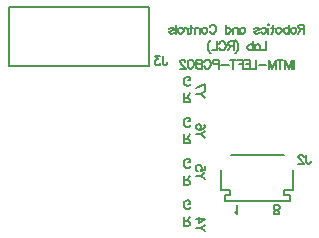
<source format=gbo>
G04*
G04 #@! TF.GenerationSoftware,Altium Limited,Altium Designer,19.1.8 (144)*
G04*
G04 Layer_Color=32896*
%FSLAX43Y43*%
%MOMM*%
G71*
G01*
G75*
%ADD10C,0.152*%
%ADD33C,0.200*%
D10*
X25493Y18476D02*
Y17714D01*
Y18476D02*
X25167D01*
X25058Y18440D01*
X25022Y18403D01*
X24985Y18331D01*
Y18258D01*
X25022Y18186D01*
X25058Y18149D01*
X25167Y18113D01*
X25493D01*
X25239D02*
X24985Y17714D01*
X24633Y18222D02*
X24706Y18186D01*
X24778Y18113D01*
X24815Y18004D01*
Y17932D01*
X24778Y17823D01*
X24706Y17750D01*
X24633Y17714D01*
X24524D01*
X24452Y17750D01*
X24379Y17823D01*
X24343Y17932D01*
Y18004D01*
X24379Y18113D01*
X24452Y18186D01*
X24524Y18222D01*
X24633D01*
X24176Y18476D02*
Y17714D01*
Y18113D02*
X24104Y18186D01*
X24031Y18222D01*
X23922D01*
X23850Y18186D01*
X23777Y18113D01*
X23741Y18004D01*
Y17932D01*
X23777Y17823D01*
X23850Y17750D01*
X23922Y17714D01*
X24031D01*
X24104Y17750D01*
X24176Y17823D01*
X23396Y18222D02*
X23469Y18186D01*
X23541Y18113D01*
X23578Y18004D01*
Y17932D01*
X23541Y17823D01*
X23469Y17750D01*
X23396Y17714D01*
X23287D01*
X23215Y17750D01*
X23142Y17823D01*
X23106Y17932D01*
Y18004D01*
X23142Y18113D01*
X23215Y18186D01*
X23287Y18222D01*
X23396D01*
X22830Y18476D02*
Y17859D01*
X22794Y17750D01*
X22721Y17714D01*
X22649D01*
X22939Y18222D02*
X22685D01*
X22468Y18476D02*
X22431Y18440D01*
X22395Y18476D01*
X22431Y18512D01*
X22468Y18476D01*
X22431Y18222D02*
Y17714D01*
X21825Y18113D02*
X21898Y18186D01*
X21971Y18222D01*
X22079D01*
X22152Y18186D01*
X22224Y18113D01*
X22261Y18004D01*
Y17932D01*
X22224Y17823D01*
X22152Y17750D01*
X22079Y17714D01*
X21971D01*
X21898Y17750D01*
X21825Y17823D01*
X21263Y18113D02*
X21299Y18186D01*
X21408Y18222D01*
X21517D01*
X21626Y18186D01*
X21662Y18113D01*
X21626Y18041D01*
X21553Y18004D01*
X21372Y17968D01*
X21299Y17932D01*
X21263Y17859D01*
Y17823D01*
X21299Y17750D01*
X21408Y17714D01*
X21517D01*
X21626Y17750D01*
X21662Y17823D01*
X20070Y18222D02*
Y17714D01*
Y18113D02*
X20142Y18186D01*
X20215Y18222D01*
X20324D01*
X20396Y18186D01*
X20469Y18113D01*
X20505Y18004D01*
Y17932D01*
X20469Y17823D01*
X20396Y17750D01*
X20324Y17714D01*
X20215D01*
X20142Y17750D01*
X20070Y17823D01*
X19866Y18222D02*
Y17714D01*
Y18077D02*
X19758Y18186D01*
X19685Y18222D01*
X19576D01*
X19504Y18186D01*
X19467Y18077D01*
Y17714D01*
X18832Y18476D02*
Y17714D01*
Y18113D02*
X18905Y18186D01*
X18978Y18222D01*
X19086D01*
X19159Y18186D01*
X19232Y18113D01*
X19268Y18004D01*
Y17932D01*
X19232Y17823D01*
X19159Y17750D01*
X19086Y17714D01*
X18978D01*
X18905Y17750D01*
X18832Y17823D01*
X17487Y18295D02*
X17523Y18367D01*
X17595Y18440D01*
X17668Y18476D01*
X17813D01*
X17886Y18440D01*
X17958Y18367D01*
X17994Y18295D01*
X18031Y18186D01*
Y18004D01*
X17994Y17895D01*
X17958Y17823D01*
X17886Y17750D01*
X17813Y17714D01*
X17668D01*
X17595Y17750D01*
X17523Y17823D01*
X17487Y17895D01*
X17091Y18222D02*
X17164Y18186D01*
X17236Y18113D01*
X17273Y18004D01*
Y17932D01*
X17236Y17823D01*
X17164Y17750D01*
X17091Y17714D01*
X16982D01*
X16910Y17750D01*
X16837Y17823D01*
X16801Y17932D01*
Y18004D01*
X16837Y18113D01*
X16910Y18186D01*
X16982Y18222D01*
X17091D01*
X16634D02*
Y17714D01*
Y18077D02*
X16525Y18186D01*
X16453Y18222D01*
X16344D01*
X16271Y18186D01*
X16235Y18077D01*
Y17714D01*
X15927Y18476D02*
Y17859D01*
X15890Y17750D01*
X15818Y17714D01*
X15745D01*
X16035Y18222D02*
X15782D01*
X15636D02*
Y17714D01*
Y18004D02*
X15600Y18113D01*
X15528Y18186D01*
X15455Y18222D01*
X15346D01*
X15096D02*
X15168Y18186D01*
X15241Y18113D01*
X15277Y18004D01*
Y17932D01*
X15241Y17823D01*
X15168Y17750D01*
X15096Y17714D01*
X14987D01*
X14914Y17750D01*
X14842Y17823D01*
X14806Y17932D01*
Y18004D01*
X14842Y18113D01*
X14914Y18186D01*
X14987Y18222D01*
X15096D01*
X14639Y18476D02*
Y17714D01*
X14080Y18113D02*
X14116Y18186D01*
X14225Y18222D01*
X14334D01*
X14443Y18186D01*
X14479Y18113D01*
X14443Y18041D01*
X14370Y18004D01*
X14189Y17968D01*
X14116Y17932D01*
X14080Y17859D01*
Y17823D01*
X14116Y17750D01*
X14225Y17714D01*
X14334D01*
X14443Y17750D01*
X14479Y17823D01*
X22268Y17052D02*
Y16290D01*
X21833D01*
X21314Y16798D02*
Y16290D01*
Y16689D02*
X21386Y16762D01*
X21459Y16798D01*
X21568D01*
X21640Y16762D01*
X21713Y16689D01*
X21749Y16580D01*
Y16508D01*
X21713Y16399D01*
X21640Y16326D01*
X21568Y16290D01*
X21459D01*
X21386Y16326D01*
X21314Y16399D01*
X21111Y17052D02*
Y16290D01*
Y16689D02*
X21038Y16762D01*
X20966Y16798D01*
X20857D01*
X20784Y16762D01*
X20712Y16689D01*
X20675Y16580D01*
Y16508D01*
X20712Y16399D01*
X20784Y16326D01*
X20857Y16290D01*
X20966D01*
X21038Y16326D01*
X21111Y16399D01*
X19660Y17197D02*
X19732Y17124D01*
X19805Y17016D01*
X19877Y16870D01*
X19914Y16689D01*
Y16544D01*
X19877Y16362D01*
X19805Y16217D01*
X19732Y16109D01*
X19660Y16036D01*
X19732Y17124D02*
X19805Y16979D01*
X19841Y16870D01*
X19877Y16689D01*
Y16544D01*
X19841Y16362D01*
X19805Y16254D01*
X19732Y16109D01*
X19515Y17052D02*
Y16290D01*
Y17052D02*
X19188D01*
X19079Y17016D01*
X19043Y16979D01*
X19007Y16907D01*
Y16834D01*
X19043Y16762D01*
X19079Y16725D01*
X19188Y16689D01*
X19515D01*
X19261D02*
X19007Y16290D01*
X18292Y16870D02*
X18328Y16943D01*
X18401Y17016D01*
X18473Y17052D01*
X18618D01*
X18691Y17016D01*
X18764Y16943D01*
X18800Y16870D01*
X18836Y16762D01*
Y16580D01*
X18800Y16471D01*
X18764Y16399D01*
X18691Y16326D01*
X18618Y16290D01*
X18473D01*
X18401Y16326D01*
X18328Y16399D01*
X18292Y16471D01*
X18078Y17052D02*
Y16290D01*
X17643D01*
X17559Y17197D02*
X17487Y17124D01*
X17414Y17016D01*
X17341Y16870D01*
X17305Y16689D01*
Y16544D01*
X17341Y16362D01*
X17414Y16217D01*
X17487Y16109D01*
X17559Y16036D01*
X17487Y17124D02*
X17414Y16979D01*
X17378Y16870D01*
X17341Y16689D01*
Y16544D01*
X17378Y16362D01*
X17414Y16254D01*
X17487Y16109D01*
X24630Y15519D02*
Y14757D01*
X24470Y15519D02*
Y14757D01*
Y15519D02*
X24180Y14757D01*
X23890Y15519D02*
X24180Y14757D01*
X23890Y15519D02*
Y14757D01*
X23418Y15519D02*
Y14757D01*
X23672Y15519D02*
X23164D01*
X23073D02*
Y14757D01*
Y15519D02*
X22783Y14757D01*
X22493Y15519D02*
X22783Y14757D01*
X22493Y15519D02*
Y14757D01*
X22275Y15083D02*
X21622D01*
X21397Y15519D02*
Y14757D01*
X20962D01*
X20407Y15519D02*
X20879D01*
Y14757D01*
X20407D01*
X20879Y15156D02*
X20588D01*
X20280Y15519D02*
Y14757D01*
Y15519D02*
X19808D01*
X20280Y15156D02*
X19990D01*
X19467Y15519D02*
Y14757D01*
X19721Y15519D02*
X19213D01*
X19123Y15083D02*
X18470D01*
X18245Y15120D02*
X17918D01*
X17809Y15156D01*
X17773Y15192D01*
X17737Y15265D01*
Y15374D01*
X17773Y15446D01*
X17809Y15483D01*
X17918Y15519D01*
X18245D01*
Y14757D01*
X17022Y15337D02*
X17059Y15410D01*
X17131Y15483D01*
X17204Y15519D01*
X17349D01*
X17421Y15483D01*
X17494Y15410D01*
X17530Y15337D01*
X17566Y15229D01*
Y15047D01*
X17530Y14938D01*
X17494Y14866D01*
X17421Y14793D01*
X17349Y14757D01*
X17204D01*
X17131Y14793D01*
X17059Y14866D01*
X17022Y14938D01*
X16808Y15519D02*
Y14757D01*
Y15519D02*
X16482D01*
X16373Y15483D01*
X16337Y15446D01*
X16300Y15374D01*
Y15301D01*
X16337Y15229D01*
X16373Y15192D01*
X16482Y15156D01*
X16808D02*
X16482D01*
X16373Y15120D01*
X16337Y15083D01*
X16300Y15011D01*
Y14902D01*
X16337Y14830D01*
X16373Y14793D01*
X16482Y14757D01*
X16808D01*
X15912Y15519D02*
X16021Y15483D01*
X16094Y15374D01*
X16130Y15192D01*
Y15083D01*
X16094Y14902D01*
X16021Y14793D01*
X15912Y14757D01*
X15840D01*
X15731Y14793D01*
X15658Y14902D01*
X15622Y15083D01*
Y15192D01*
X15658Y15374D01*
X15731Y15483D01*
X15840Y15519D01*
X15912D01*
X15415Y15337D02*
Y15374D01*
X15379Y15446D01*
X15343Y15483D01*
X15270Y15519D01*
X15125D01*
X15052Y15483D01*
X15016Y15446D01*
X14980Y15374D01*
Y15301D01*
X15016Y15229D01*
X15089Y15120D01*
X15451Y14757D01*
X14943D01*
X15855Y9990D02*
X15819Y9917D01*
X15746Y9844D01*
X15674Y9808D01*
X15529D01*
X15456Y9844D01*
X15384Y9917D01*
X15347Y9990D01*
X15311Y10098D01*
Y10280D01*
X15347Y10389D01*
X15384Y10461D01*
X15456Y10534D01*
X15529Y10570D01*
X15674D01*
X15746Y10534D01*
X15819Y10461D01*
X15855Y10389D01*
Y10280D01*
X15674D02*
X15855D01*
X15311Y8411D02*
Y9173D01*
Y8411D02*
X15638D01*
X15746Y8447D01*
X15783Y8484D01*
X15819Y8556D01*
Y8629D01*
X15783Y8701D01*
X15746Y8738D01*
X15638Y8774D01*
X15311D01*
X15565D02*
X15819Y9173D01*
X15855Y13466D02*
X15819Y13393D01*
X15746Y13320D01*
X15674Y13284D01*
X15529D01*
X15456Y13320D01*
X15384Y13393D01*
X15347Y13466D01*
X15311Y13574D01*
Y13756D01*
X15347Y13865D01*
X15384Y13937D01*
X15456Y14010D01*
X15529Y14046D01*
X15674D01*
X15746Y14010D01*
X15819Y13937D01*
X15855Y13865D01*
Y13756D01*
X15674D02*
X15855D01*
X15311Y11887D02*
Y12649D01*
Y11887D02*
X15638D01*
X15746Y11923D01*
X15783Y11960D01*
X15819Y12032D01*
Y12105D01*
X15783Y12177D01*
X15746Y12214D01*
X15638Y12250D01*
X15311D01*
X15565D02*
X15819Y12649D01*
X19600Y2583D02*
X19673Y2547D01*
X19781Y2438D01*
Y3200D01*
X23081Y2438D02*
X22973Y2474D01*
X22936Y2547D01*
Y2620D01*
X22973Y2692D01*
X23045Y2728D01*
X23190Y2765D01*
X23299Y2801D01*
X23372Y2874D01*
X23408Y2946D01*
Y3055D01*
X23372Y3127D01*
X23335Y3164D01*
X23227Y3200D01*
X23081D01*
X22973Y3164D01*
X22936Y3127D01*
X22900Y3055D01*
Y2946D01*
X22936Y2874D01*
X23009Y2801D01*
X23118Y2765D01*
X23263Y2728D01*
X23335Y2692D01*
X23372Y2620D01*
Y2547D01*
X23335Y2474D01*
X23227Y2438D01*
X23081D01*
X15311Y1459D02*
Y2221D01*
Y1459D02*
X15638D01*
X15746Y1495D01*
X15783Y1532D01*
X15819Y1604D01*
Y1677D01*
X15783Y1749D01*
X15746Y1786D01*
X15638Y1822D01*
X15311D01*
X15565D02*
X15819Y2221D01*
X15855Y3038D02*
X15819Y2965D01*
X15746Y2892D01*
X15674Y2856D01*
X15529D01*
X15456Y2892D01*
X15384Y2965D01*
X15347Y3038D01*
X15311Y3146D01*
Y3328D01*
X15347Y3437D01*
X15384Y3509D01*
X15456Y3582D01*
X15529Y3618D01*
X15674D01*
X15746Y3582D01*
X15819Y3509D01*
X15855Y3437D01*
Y3328D01*
X15674D02*
X15855D01*
X15311Y4935D02*
Y5697D01*
Y4935D02*
X15638D01*
X15746Y4971D01*
X15783Y5008D01*
X15819Y5080D01*
Y5153D01*
X15783Y5225D01*
X15746Y5262D01*
X15638Y5298D01*
X15311D01*
X15565D02*
X15819Y5697D01*
X15855Y6514D02*
X15819Y6441D01*
X15746Y6368D01*
X15674Y6332D01*
X15529D01*
X15456Y6368D01*
X15384Y6441D01*
X15347Y6514D01*
X15311Y6622D01*
Y6804D01*
X15347Y6913D01*
X15384Y6985D01*
X15456Y7058D01*
X15529Y7094D01*
X15674D01*
X15746Y7058D01*
X15819Y6985D01*
X15855Y6913D01*
Y6804D01*
X15674D02*
X15855D01*
X25670Y7456D02*
Y6875D01*
X25707Y6767D01*
X25743Y6730D01*
X25816Y6694D01*
X25888D01*
X25961Y6730D01*
X25997Y6767D01*
X26033Y6875D01*
Y6948D01*
X25438Y7275D02*
Y7311D01*
X25402Y7383D01*
X25366Y7420D01*
X25293Y7456D01*
X25148D01*
X25076Y7420D01*
X25039Y7383D01*
X25003Y7311D01*
Y7238D01*
X25039Y7166D01*
X25112Y7057D01*
X25475Y6694D01*
X24967D01*
X17081Y964D02*
X16718Y1254D01*
X16319D01*
X17081Y1544D02*
X16718Y1254D01*
X17081Y2005D02*
X16573Y1642D01*
Y2186D01*
X17081Y2005D02*
X16319D01*
X17081Y5407D02*
X16718Y5697D01*
X16319D01*
X17081Y5987D02*
X16718Y5697D01*
X17081Y6521D02*
Y6158D01*
X16754Y6122D01*
X16791Y6158D01*
X16827Y6267D01*
Y6375D01*
X16791Y6484D01*
X16718Y6557D01*
X16609Y6593D01*
X16537D01*
X16428Y6557D01*
X16355Y6484D01*
X16319Y6375D01*
Y6267D01*
X16355Y6158D01*
X16392Y6122D01*
X16464Y6085D01*
X17081Y8896D02*
X16718Y9186D01*
X16319D01*
X17081Y9476D02*
X16718Y9186D01*
X16972Y10010D02*
X17045Y9973D01*
X17081Y9865D01*
Y9792D01*
X17045Y9683D01*
X16936Y9611D01*
X16754Y9574D01*
X16573D01*
X16428Y9611D01*
X16355Y9683D01*
X16319Y9792D01*
Y9828D01*
X16355Y9937D01*
X16428Y10010D01*
X16537Y10046D01*
X16573D01*
X16682Y10010D01*
X16754Y9937D01*
X16791Y9828D01*
Y9792D01*
X16754Y9683D01*
X16682Y9611D01*
X16573Y9574D01*
X17081Y12282D02*
X16718Y12572D01*
X16319D01*
X17081Y12862D02*
X16718Y12572D01*
X17081Y13468D02*
X16319Y13105D01*
X17081Y12960D02*
Y13468D01*
X13533Y15816D02*
Y15235D01*
X13569Y15126D01*
X13605Y15090D01*
X13678Y15054D01*
X13750D01*
X13823Y15090D01*
X13859Y15126D01*
X13895Y15235D01*
Y15308D01*
X13264Y15816D02*
X12865D01*
X13083Y15526D01*
X12974D01*
X12901Y15489D01*
X12865Y15453D01*
X12829Y15344D01*
Y15272D01*
X12865Y15163D01*
X12938Y15090D01*
X13046Y15054D01*
X13155D01*
X13264Y15090D01*
X13300Y15126D01*
X13337Y15199D01*
D33*
X476Y19940D02*
X12376D01*
Y14940D02*
Y19940D01*
X476Y14940D02*
X12376D01*
X476D02*
Y19956D01*
X24575Y4450D02*
Y6200D01*
X23800Y4450D02*
X24575D01*
X23800Y4075D02*
Y4450D01*
Y4075D02*
X24250D01*
Y3575D02*
Y4075D01*
X18750Y3575D02*
X24250D01*
X18750D02*
Y4075D01*
X19200D01*
Y4450D01*
X18425D02*
X19200D01*
X18425D02*
Y6200D01*
X19250Y7425D02*
X23750D01*
M02*

</source>
